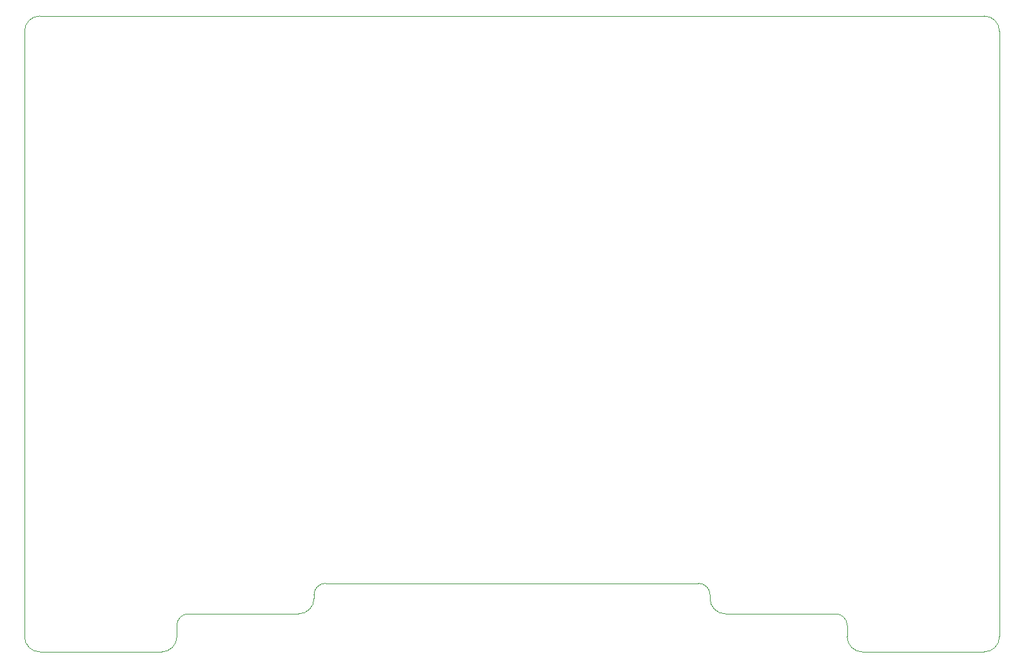
<source format=gko>
G04 #@! TF.GenerationSoftware,KiCad,Pcbnew,(5.1.0-0)*
G04 #@! TF.CreationDate,2019-06-09T20:05:47+02:00*
G04 #@! TF.ProjectId,ssol56-pcb,73736f6c-3536-42d7-9063-622e6b696361,rev?*
G04 #@! TF.SameCoordinates,Original*
G04 #@! TF.FileFunction,Profile,NP*
%FSLAX46Y46*%
G04 Gerber Fmt 4.6, Leading zero omitted, Abs format (unit mm)*
G04 Created by KiCad (PCBNEW (5.1.0-0)) date 2019-06-09 20:05:47*
%MOMM*%
%LPD*%
G04 APERTURE LIST*
%ADD10C,0.050000*%
G04 APERTURE END LIST*
D10*
X239000000Y-104000000D02*
X239000000Y-104500000D01*
X187000000Y-104000000D02*
X187000000Y-104500000D01*
X257000000Y-108000000D02*
X257000000Y-109500000D01*
X237500000Y-102500000D02*
X188500000Y-102500000D01*
X241000000Y-106500000D02*
X255500000Y-106500000D01*
X275000000Y-111500000D02*
X259000000Y-111500000D01*
X255500000Y-106500000D02*
G75*
G02X257000000Y-108000000I0J-1500000D01*
G01*
X259000000Y-111500000D02*
G75*
G02X257000000Y-109500000I0J2000000D01*
G01*
X237500000Y-102500000D02*
G75*
G02X239000000Y-104000000I0J-1500000D01*
G01*
X241000000Y-106500000D02*
G75*
G02X239000000Y-104500000I0J2000000D01*
G01*
X167000000Y-111500000D02*
X151000000Y-111500000D01*
X169000000Y-108000000D02*
X169000000Y-109500000D01*
X185000000Y-106500000D02*
X170500000Y-106500000D01*
X169000000Y-108000000D02*
G75*
G02X170500000Y-106500000I1500000J0D01*
G01*
X187000000Y-104000000D02*
G75*
G02X188500000Y-102500000I1500000J0D01*
G01*
X187000000Y-104500000D02*
G75*
G02X185000000Y-106500000I-2000000J0D01*
G01*
X169000000Y-109500000D02*
G75*
G02X167000000Y-111500000I-2000000J0D01*
G01*
X277000000Y-109500000D02*
G75*
G02X275000000Y-111500000I-2000000J0D01*
G01*
X277000000Y-30000000D02*
X277000000Y-109500000D01*
X275000000Y-28000000D02*
G75*
G02X277000000Y-30000000I0J-2000000D01*
G01*
X151000000Y-111500000D02*
G75*
G02X149000000Y-109500000I0J2000000D01*
G01*
X149000000Y-30000000D02*
X149000000Y-109500000D01*
X149000000Y-30000000D02*
G75*
G02X151000000Y-28000000I2000000J0D01*
G01*
X151000000Y-28000000D02*
X275000000Y-28000000D01*
M02*

</source>
